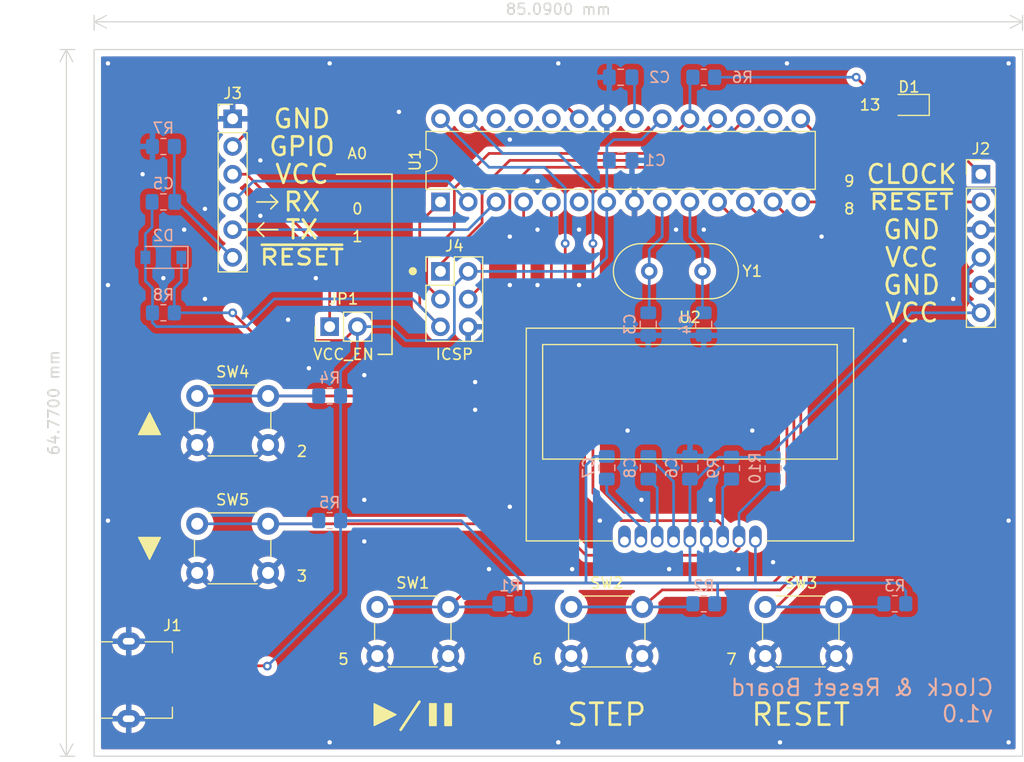
<source format=kicad_pcb>
(kicad_pcb (version 20211014) (generator pcbnew)
  (layers (0 "F.Cu" signal) (31 "B.Cu" signal) (34 "B.Paste" user) (35 "F.Paste" user) (36 "B.SilkS" user "B.Silkscreen") (37 "F.SilkS" user "F.Silkscreen") (38 "B.Mask" user) (39 "F.Mask" user) (44 "Edge.Cuts" user))
  (net 0 "")
  (net 1 "GND")
  (net 2 "VCC")
  (net 3 "Net-(C2-Pad1)")
  (net 4 "/xtal1")
  (net 5 "/xtal2")
  (net 6 "Net-(C5-Pad1)")
  (net 7 "/reset")
  (net 8 "Net-(C7-Pad2)")
  (net 9 "Net-(C8-Pad1)")
  (net 10 "Net-(C8-Pad2)")
  (net 11 "Net-(D1-Pad2)")
  (net 12 "/clk_out")
  (net 13 "/reset_out")
  (net 14 "/gpio")
  (net 15 "Net-(J3-Pad3)")
  (net 16 "/rx_in")
  (net 17 "/tx_out")
  (net 18 "/miso")
  (net 19 "/led")
  (net 20 "/mosi")
  (net 21 "/run")
  (net 22 "/step")
  (net 23 "/reset_btn")
  (net 24 "/up")
  (net 25 "/down")
  (net 26 "/sda")
  (net 27 "/scl")
  (footprint "Button_Switch_THT:SW_PUSH_6mm_H7.3mm" (layer "F.Cu") (at 136.6 104.83 180)
    (fp_text reference "SW4" (at 3.25 6.7) (layer "F.SilkS"))
    (fp_text value "white")
    (pad "1" thru_hole circle (at 0 0 270) (size 2 2) (drill 1.1) (layers *.Cu *.Mask) (net 1 "GND"))
    (pad "1" thru_hole circle (at 6.5 0 270) (size 2 2) (drill 1.1) (layers *.Cu *.Mask) (net 1 "GND"))
    (pad "2" thru_hole circle (at 6.5 4.5 270) (size 2 2) (drill 1.1) (layers *.Cu *.Mask) (net 24 "/up"))
    (pad "2" thru_hole circle (at 0 4.5 270) (size 2 2) (drill 1.1) (layers *.Cu *.Mask) (net 24 "/up"))
  )
  (footprint "Connector_PinHeader_2.54mm:PinHeader_2x03_P2.54mm_Vertical" (layer "F.Cu") (at 152.395 88.915)
    (fp_text reference "J4" (at 1.27 -2.33) (layer "F.SilkS"))
    (fp_text value "ICSP")
    (pad "1" thru_hole rect (at 0 0) (size 1.7 1.7) (drill 1) (layers *.Cu *.Mask) (net 18 "/miso"))
    (pad "2" thru_hole oval (at 2.54 0) (size 1.7 1.7) (drill 1) (layers *.Cu *.Mask) (net 2 "VCC"))
    (pad "3" thru_hole oval (at 0 2.54) (size 1.7 1.7) (drill 1) (layers *.Cu *.Mask) (net 19 "/led"))
    (pad "4" thru_hole oval (at 2.54 2.54) (size 1.7 1.7) (drill 1) (layers *.Cu *.Mask) (net 20 "/mosi"))
    (pad "5" thru_hole oval (at 0 5.08) (size 1.7 1.7) (drill 1) (layers *.Cu *.Mask) (net 7 "/reset"))
    (pad "6" thru_hole oval (at 2.54 5.08) (size 1.7 1.7) (drill 1) (layers *.Cu *.Mask) (net 1 "GND"))
  )
  (footprint "Button_Switch_THT:SW_PUSH_6mm_H7.3mm" (layer "F.Cu") (at 136.6 116.55 180)
    (fp_text reference "SW5" (at 3.25 6.7) (layer "F.SilkS"))
    (fp_text value "white")
    (pad "1" thru_hole circle (at 6.5 0 270) (size 2 2) (drill 1.1) (layers *.Cu *.Mask) (net 1 "GND"))
    (pad "1" thru_hole circle (at 0 0 270) (size 2 2) (drill 1.1) (layers *.Cu *.Mask) (net 1 "GND"))
    (pad "2" thru_hole circle (at 6.5 4.5 270) (size 2 2) (drill 1.1) (layers *.Cu *.Mask) (net 25 "/down"))
    (pad "2" thru_hole circle (at 0 4.5 270) (size 2 2) (drill 1.1) (layers *.Cu *.Mask) (net 25 "/down"))
  )
  (footprint "Crystal:Crystal_HC49-4H_Vertical" (layer "F.Cu") (at 171.53 88.9)
    (fp_text reference "Y1" (at 9.445 0) (layer "F.SilkS"))
    (fp_text value "16MHz")
    (pad "1" thru_hole circle (at 0 0) (size 1.5 1.5) (drill 0.8) (layers *.Cu *.Mask) (net 4 "/xtal1"))
    (pad "2" thru_hole circle (at 4.88 0) (size 1.5 1.5) (drill 0.8) (layers *.Cu *.Mask) (net 5 "/xtal2"))
  )
  (footprint "Connector_PinHeader_2.54mm:PinHeader_1x06_P2.54mm_Vertical" (layer "F.Cu") (at 201.93 80.01)
    (fp_text reference "J2" (at 0 -2.33) (layer "F.SilkS"))
    (fp_text value "signal_out")
    (pad "1" thru_hole rect (at 0 0) (size 1.7 1.7) (drill 1) (layers *.Cu *.Mask) (net 12 "/clk_out"))
    (pad "2" thru_hole oval (at 0 2.54) (size 1.7 1.7) (drill 1) (layers *.Cu *.Mask) (net 13 "/reset_out"))
    (pad "3" thru_hole oval (at 0 5.08) (size 1.7 1.7) (drill 1) (layers *.Cu *.Mask) (net 1 "GND"))
    (pad "4" thru_hole oval (at 0 7.62) (size 1.7 1.7) (drill 1) (layers *.Cu *.Mask) (net 2 "VCC"))
    (pad "5" thru_hole oval (at 0 10.16) (size 1.7 1.7) (drill 1) (layers *.Cu *.Mask) (net 1 "GND"))
    (pad "6" thru_hole oval (at 0 12.7) (size 1.7 1.7) (drill 1) (layers *.Cu *.Mask) (net 2 "VCC"))
  )
  (footprint "LED_SMD:LED_0805_2012Metric_Pad1.15x1.40mm_HandSolder" (layer "F.Cu") (at 195.335 73.66 180)
    (fp_text reference "D1" (at 0 1.65) (layer "F.SilkS"))
    (fp_text value "OSR50805C1C")
    (pad "1" smd roundrect (at -1.025 0 180) (size 1.15 1.4) (layers "F.Cu" "F.Paste" "F.Mask") (roundrect_rratio 0.217391) (net 1 "GND"))
    (pad "2" smd roundrect (at 1.025 0 180) (size 1.15 1.4) (layers "F.Cu" "F.Paste" "F.Mask") (roundrect_rratio 0.217391) (net 11 "Net-(D1-Pad2)"))
  )
  (footprint "PrjLibrary:Triangle" (layer "F.Cu") (at 147.32 129.54)
    (fp_text reference "REF**" hide)
    (fp_text value "Triangle" hide)
  )
  (footprint "Connector_PinHeader_2.54mm:PinHeader_1x06_P2.54mm_Vertical" (layer "F.Cu") (at 133.35 74.93)
    (fp_text reference "J3" (at 0 -2.33) (layer "F.SilkS"))
    (fp_text value "uart_conn")
    (pad "1" thru_hole rect (at 0 0) (size 1.7 1.7) (drill 1) (layers *.Cu *.Mask) (net 1 "GND"))
    (pad "2" thru_hole oval (at 0 2.54) (size 1.7 1.7) (drill 1) (layers *.Cu *.Mask) (net 14 "/gpio"))
    (pad "3" thru_hole oval (at 0 5.08) (size 1.7 1.7) (drill 1) (layers *.Cu *.Mask) (net 15 "Net-(J3-Pad3)"))
    (pad "4" thru_hole oval (at 0 7.62) (size 1.7 1.7) (drill 1) (layers *.Cu *.Mask) (net 16 "/rx_in"))
    (pad "5" thru_hole oval (at 0 10.16) (size 1.7 1.7) (drill 1) (layers *.Cu *.Mask) (net 17 "/tx_out"))
    (pad "6" thru_hole oval (at 0 12.7) (size 1.7 1.7) (drill 1) (layers *.Cu *.Mask) (net 6 "Net-(C5-Pad1)"))
  )
  (footprint "PrjLibrary:AQM0802A-RN-GBW" (layer "F.Cu") (at 169.26 113.62)
    (fp_text reference "U2" (at 6 -20.5 unlocked) (layer "F.SilkS"))
    (fp_text value "AQM0802A")
    (pad "1" thru_hole oval (at 0 0) (size 1.15 2) (drill 0.8 (offset 0 -0.4)) (layers *.Cu *.Mask))
    (pad "2" thru_hole oval (at 1.5 0) (size 1.15 2) (drill 0.8 (offset 0 -0.4)) (layers *.Cu *.Mask) (net 8 "Net-(C7-Pad2)"))
    (pad "3" thru_hole oval (at 3 0) (size 1.15 2) (drill 0.8 (offset 0 -0.4)) (layers *.Cu *.Mask) (net 9 "Net-(C8-Pad1)"))
    (pad "4" thru_hole oval (at 4.5 0) (size 1.15 2) (drill 0.8 (offset 0 -0.4)) (layers *.Cu *.Mask) (net 10 "Net-(C8-Pad2)"))
    (pad "5" thru_hole oval (at 6 0) (size 1.15 2) (drill 0.8 (offset 0 -0.4)) (layers *.Cu *.Mask) (net 2 "VCC"))
    (pad "6" thru_hole oval (at 7.5 0) (size 1.15 2) (drill 0.8 (offset 0 -0.4)) (layers *.Cu *.Mask) (net 1 "GND"))
    (pad "7" thru_hole oval (at 9 0) (size 1.15 2) (drill 0.8 (offset 0 -0.4)) (layers *.Cu *.Mask) (net 26 "/sda"))
    (pad "8" thru_hole oval (at 10.5 0) (size 1.15 2) (drill 0.8 (offset 0 -0.4)) (layers *.Cu *.Mask) (net 27 "/scl"))
    (pad "9" thru_hole oval (at 12 0) (size 1.15 2) (drill 0.8 (offset 0 -0.4)) (layers *.Cu *.Mask) (net 2 "VCC"))
  )
  (footprint "Button_Switch_THT:SW_PUSH_6mm_H7.3mm" (layer "F.Cu") (at 188.67 124.17 180)
    (fp_text reference "SW3" (at 3.25 6.7) (layer "F.SilkS"))
    (fp_text value "red")
    (pad "1" thru_hole circle (at 0 0 270) (size 2 2) (drill 1.1) (layers *.Cu *.Mask) (net 1 "GND"))
    (pad "1" thru_hole circle (at 6.5 0 270) (size 2 2) (drill 1.1) (layers *.Cu *.Mask) (net 1 "GND"))
    (pad "2" thru_hole circle (at 6.5 4.5 270) (size 2 2) (drill 1.1) (layers *.Cu *.Mask) (net 23 "/reset_btn"))
    (pad "2" thru_hole circle (at 0 4.5 270) (size 2 2) (drill 1.1) (layers *.Cu *.Mask) (net 23 "/reset_btn"))
  )
  (footprint "PrjLibrary:USB-MicroB-power" (layer "F.Cu") (at 123.825 126.365 -90)
    (fp_text reference "J1" (at -5 -4 unlocked) (layer "F.SilkS"))
    (fp_text value "USB-MicroB-power")
    (pad "1" smd rect (at -1.3 -5.9 270) (size 0.9 4.5) (layers "F.Cu" "F.Paste" "F.Mask") (net 2 "VCC"))
    (pad "5" smd rect (at 1.3 -5.9 270) (size 0.9 4.5) (layers "F.Cu" "F.Paste" "F.Mask") (net 1 "GND"))
    (pad "6" thru_hole oval (at -3.55 0 270) (size 1.6 2.1) (drill oval 0.6 1.1) (layers *.Cu *.Mask) (net 1 "GND"))
    (pad "6" thru_hole oval (at 3.55 0 270) (size 1.6 2.1) (drill oval 0.6 1.1) (layers *.Cu *.Mask) (net 1 "GND"))
  )
  (footprint "PrjLibrary:Triangle" (layer "F.Cu") (at 125.73 114.3 -90)
    (fp_text reference "REF**" hide)
    (fp_text value "Triangle" hide)
  )
  (footprint "PrjLibrary:DIP-28_W7.62mm-D1mm" (layer "F.Cu") (at 152.4 82.55 90)
    (fp_text reference "U1" (at 3.81 -2.33 90) (layer "F.SilkS"))
    (fp_text value "ATmega328P-P")
    (pad "1" thru_hole rect (at 0 0 90) (size 1.7 1.7) (drill 1) (layers *.Cu *.Mask) (net 7 "/reset"))
    (pad "2" thru_hole oval (at 0 2.54 90) (size 1.7 1.7) (drill 1) (layers *.Cu *.Mask) (net 16 "/rx_in"))
    (pad "3" thru_hole oval (at 0 5.08 90) (size 1.7 1.7) (drill 1) (layers *.Cu *.Mask) (net 17 "/tx_out"))
    (pad "4" thru_hole oval (at 0 7.62 90) (size 1.7 1.7) (drill 1) (layers *.Cu *.Mask) (net 24 "/up"))
    (pad "5" thru_hole oval (at 0 10.16 90) (size 1.7 1.7) (drill 1) (layers *.Cu *.Mask) (net 25 "/down"))
    (pad "6" thru_hole oval (at 0 12.7 90) (size 1.7 1.7) (drill 1) (layers *.Cu *.Mask))
    (pad "7" thru_hole oval (at 0 15.24 90) (size 1.7 1.7) (drill 1) (layers *.Cu *.Mask) (net 2 "VCC"))
    (pad "8" thru_hole oval (at 0 17.78 90) (size 1.7 1.7) (drill 1) (layers *.Cu *.Mask) (net 1 "GND"))
    (pad "9" thru_hole oval (at 0 20.32 90) (size 1.7 1.7) (drill 1) (layers *.Cu *.Mask) (net 4 "/xtal1"))
    (pad "10" thru_hole oval (at 0 22.86 90) (size 1.7 1.7) (drill 1) (layers *.Cu *.Mask) (net 5 "/xtal2"))
    (pad "11" thru_hole oval (at 0 25.4 90) (size 1.7 1.7) (drill 1) (layers *.Cu *.Mask) (net 21 "/run"))
    (pad "12" thru_hole oval (at 0 27.94 90) (size 1.7 1.7) (drill 1) (layers *.Cu *.Mask) (net 22 "/step"))
    (pad "13" thru_hole oval (at 0 30.48 90) (size 1.7 1.7) (drill 1) (layers *.Cu *.Mask) (net 23 "/reset_btn"))
    (pad "14" thru_hole oval (at 0 33.02 90) (size 1.7 1.7) (drill 1) (layers *.Cu *.Mask) (net 13 "/reset_out"))
    (pad "15" thru_hole oval (at 7.62 33.02 90) (size 1.7 1.7) (drill 1) (layers *.Cu *.Mask) (net 12 "/clk_out"))
    (pad "16" thru_hole oval (at 7.62 30.48 90) (size 1.7 1.7) (drill 1) (layers *.Cu *.Mask))
    (pad "17" thru_hole oval (at 7.62 27.94 90) (size 1.7 1.7) (drill 1) (layers *.Cu *.Mask) (net 20 "/mosi"))
    (pad "18" thru_hole oval (at 7.62 25.4 90) (size 1.7 1.7) (drill 1) (layers *.Cu *.Mask) (net 18 "/miso"))
    (pad "19" thru_hole oval (at 7.62 22.86 90) (size 1.7 1.7) (drill 1) (layers *.Cu *.Mask) (net 19 "/led"))
    (pad "20" thru_hole oval (at 7.62 20.32 90) (size 1.7 1.7) (drill 1) (layers *.Cu *.Mask) (net 2 "VCC"))
    (pad "21" thru_hole oval (at 7.62 17.78 90) (size 1.7 1.7) (drill 1) (layers *.Cu *.Mask) (net 3 "Net-(C2-Pad1)"))
    (pad "22" thru_hole oval (at 7.62 15.24 90) (size 1.7 1.7) (drill 1) (layers *.Cu *.Mask) (net 1 "GND"))
    (pad "23" thru_hole oval (at 7.62 12.7 90) (size 1.7 1.7) (drill 1) (layers *.Cu *.Mask) (net 14 "/gpio"))
    (pad "24" thru_hole oval (at 7.62 10.16 90) (size 1.7 1.7) (drill 1) (layers *.Cu *.Mask))
    (pad "25" thru_hole oval (at 7.62 7.62 90) (size 1.7 1.7) (drill 1) (layers *.Cu *.Mask))
    (pad "26" thru_hole oval (at 7.62 5.08 90) (size 1.7 1.7) (drill 1) (layers *.Cu *.Mask))
    (pad "27" thru_hole oval (at 7.62 2.54 90) (size 1.7 1.7) (drill 1) (layers *.Cu *.Mask) (net 26 "/sda"))
    (pad "28" thru_hole oval (at 7.62 0 90) (size 1.7 1.7) (drill 1) (layers *.Cu *.Mask) (net 27 "/scl"))
  )
  (footprint "Button_Switch_THT:SW_PUSH_6mm_H7.3mm" (layer "F.Cu") (at 170.89 124.17 180)
    (fp_text reference "SW2" (at 3.25 6.7) (layer "F.SilkS"))
    (fp_text value "yellow")
    (pad "1" thru_hole circle (at 0 0 270) (size 2 2) (drill 1.1) (layers *.Cu *.Mask) (net 1 "GND"))
    (pad "1" thru_hole circle (at 6.5 0 270) (size 2 2) (drill 1.1) (layers *.Cu *.Mask) (net 1 "GND"))
    (pad "2" thru_hole circle (at 0 4.5 270) (size 2 2) (drill 1.1) (layers *.Cu *.Mask) (net 22 "/step"))
    (pad "2" thru_hole circle (at 6.5 4.5 270) (size 2 2) (drill 1.1) (layers *.Cu *.Mask) (net 22 "/step"))
  )
  (footprint "PrjLibrary:Triangle" (layer "F.Cu") (at 125.73 102.87 90)
    (fp_text reference "REF**" hide)
    (fp_text value "Triangle" hide)
  )
  (footprint "Button_Switch_THT:SW_PUSH_6mm_H7.3mm" (layer "F.Cu") (at 153.11 124.17 180)
    (fp_text reference "SW1" (at 3.25 6.7) (layer "F.SilkS"))
    (fp_text value "green")
    (pad "1" thru_hole circle (at 0 0 270) (size 2 2) (drill 1.1) (layers *.Cu *.Mask) (net 1 "GND"))
    (pad "1" thru_hole circle (at 6.5 0 270) (size 2 2) (drill 1.1) (layers *.Cu *.Mask) (net 1 "GND"))
    (pad "2" thru_hole circle (at 0 4.5 270) (size 2 2) (drill 1.1) (layers *.Cu *.Mask) (net 21 "/run"))
    (pad "2" thru_hole circle (at 6.5 4.5 270) (size 2 2) (drill 1.1) (layers *.Cu *.Mask) (net 21 "/run"))
  )
  (footprint "PrjLibrary:Pause" (layer "F.Cu") (at 152.4 129.54)
    (fp_text reference "REF**" hide)
    (fp_text value "Pause" hide)
  )
  (footprint "Connector_PinHeader_2.54mm:PinHeader_1x02_P2.54mm_Vertical" (layer "F.Cu") (at 142.24 93.98 90)
    (fp_text reference "JP1" (at 2.54 1.27 180) (layer "F.SilkS"))
    (fp_text value "Jumper_2_Open")
    (pad "1" thru_hole rect (at 0 0 90) (size 1.7 1.7) (drill 1) (layers *.Cu *.Mask) (net 15 "Net-(J3-Pad3)"))
    (pad "2" thru_hole oval (at 0 2.54 90) (size 1.7 1.7) (drill 1) (layers *.Cu *.Mask) (net 2 "VCC"))
  )
  (footprint "Diode_SMD:D_SOD-123" (layer "B.Cu") (at 127 87.63 180)
    (fp_text reference "D2" (at 0 2) (layer "B.SilkS") (effects (justify mirror)))
    (fp_text value "1N4148W")
    (pad "1" smd rect (at -1.65 0 180) (size 0.9 1.2) (layers "B.Cu" "B.Paste" "B.Mask") (net 2 "VCC"))
    (pad "2" smd rect (at 1.65 0 180) (size 0.9 1.2) (layers "B.Cu" "B.Paste" "B.Mask") (net 7 "/reset"))
  )
  (footprint "Capacitor_SMD:C_0805_2012Metric_Pad1.18x1.45mm_HandSolder" (layer "B.Cu") (at 171.45 106.9125 90)
    (fp_text reference "C8" (at 0 -1.68 90) (layer "B.SilkS") (effects (justify mirror)))
    (fp_text value "1u")
    (pad "1" smd roundrect (at -1.0375 0 90) (size 1.175 1.45) (layers "B.Cu" "B.Paste" "B.Mask") (roundrect_rratio 0.212766) (net 9 "Net-(C8-Pad1)"))
    (pad "2" smd roundrect (at 1.0375 0 90) (size 1.175 1.45) (layers "B.Cu" "B.Paste" "B.Mask") (roundrect_rratio 0.212766) (net 10 "Net-(C8-Pad2)"))
  )
  (footprint "Resistor_SMD:R_0805_2012Metric_Pad1.20x1.40mm_HandSolder" (layer "B.Cu") (at 176.53 119.38 180)
    (fp_text reference "R2" (at 0 1.65) (layer "B.SilkS") (effects (justify mirror)))
    (fp_text value "10k")
    (pad "1" smd roundrect (at -1 0 180) (size 1.2 1.4) (layers "B.Cu" "B.Paste" "B.Mask") (roundrect_rratio 0.208333) (net 2 "VCC"))
    (pad "2" smd roundrect (at 1 0 180) (size 1.2 1.4) (layers "B.Cu" "B.Paste" "B.Mask") (roundrect_rratio 0.208333) (net 22 "/step"))
  )
  (footprint "Capacitor_SMD:C_0805_2012Metric_Pad1.18x1.45mm_HandSolder" (layer "B.Cu") (at 167.64 106.9125 -90)
    (fp_text reference "C7" (at 0 1.68 90) (layer "B.SilkS") (effects (justify mirror)))
    (fp_text value "1u")
    (pad "1" smd roundrect (at -1.0375 0 270) (size 1.175 1.45) (layers "B.Cu" "B.Paste" "B.Mask") (roundrect_rratio 0.212766) (net 2 "VCC"))
    (pad "2" smd roundrect (at 1.0375 0 270) (size 1.175 1.45) (layers "B.Cu" "B.Paste" "B.Mask") (roundrect_rratio 0.212766) (net 8 "Net-(C7-Pad2)"))
  )
  (footprint "Capacitor_SMD:C_0805_2012Metric_Pad1.18x1.45mm_HandSolder" (layer "B.Cu") (at 127 82.55 180)
    (fp_text reference "C5" (at 0 1.68) (layer "B.SilkS") (effects (justify mirror)))
    (fp_text value "0.1u")
    (pad "1" smd roundrect (at -1.0375 0 180) (size 1.175 1.45) (layers "B.Cu" "B.Paste" "B.Mask") (roundrect_rratio 0.212766) (net 6 "Net-(C5-Pad1)"))
    (pad "2" smd roundrect (at 1.0375 0 180) (size 1.175 1.45) (layers "B.Cu" "B.Paste" "B.Mask") (roundrect_rratio 0.212766) (net 7 "/reset"))
  )
  (footprint "Resistor_SMD:R_0805_2012Metric_Pad1.20x1.40mm_HandSolder" (layer "B.Cu") (at 158.75 119.38 180)
    (fp_text reference "R1" (at 0 1.65) (layer "B.SilkS") (effects (justify mirror)))
    (fp_text value "10k")
    (pad "1" smd roundrect (at -1 0 180) (size 1.2 1.4) (layers "B.Cu" "B.Paste" "B.Mask") (roundrect_rratio 0.208333) (net 2 "VCC"))
    (pad "2" smd roundrect (at 1 0 180) (size 1.2 1.4) (layers "B.Cu" "B.Paste" "B.Mask") (roundrect_rratio 0.208333) (net 21 "/run"))
  )
  (footprint "Capacitor_SMD:C_0805_2012Metric_Pad1.18x1.45mm_HandSolder" (layer "B.Cu") (at 168.91 71.12 180)
    (fp_text reference "C2" (at -3.5775 0) (layer "B.SilkS") (effects (justify mirror)))
    (fp_text value "0.1u")
    (pad "1" smd roundrect (at -1.0375 0 180) (size 1.175 1.45) (layers "B.Cu" "B.Paste" "B.Mask") (roundrect_rratio 0.212766) (net 3 "Net-(C2-Pad1)"))
    (pad "2" smd roundrect (at 1.0375 0 180) (size 1.175 1.45) (layers "B.Cu" "B.Paste" "B.Mask") (roundrect_rratio 0.212766) (net 1 "GND"))
  )
  (footprint "Resistor_SMD:R_0805_2012Metric_Pad1.20x1.40mm_HandSolder" (layer "B.Cu") (at 182.88 106.95 -90)
    (fp_text reference "R10" (at 0 1.65 90) (layer "B.SilkS") (effects (justify mirror)))
    (fp_text value "10k")
    (pad "1" smd roundrect (at -1 0 270) (size 1.2 1.4) (layers "B.Cu" "B.Paste" "B.Mask") (roundrect_rratio 0.208333) (net 2 "VCC"))
    (pad "2" smd roundrect (at 1 0 270) (size 1.2 1.4) (layers "B.Cu" "B.Paste" "B.Mask") (roundrect_rratio 0.208333) (net 27 "/scl"))
  )
  (footprint "Resistor_SMD:R_0805_2012Metric_Pad1.20x1.40mm_HandSolder" (layer "B.Cu") (at 179.07 106.95 -90)
    (fp_text reference "R9" (at 0 1.65 90) (layer "B.SilkS") (effects (justify mirror)))
    (fp_text value "10k")
    (pad "1" smd roundrect (at -1 0 270) (size 1.2 1.4) (layers "B.Cu" "B.Paste" "B.Mask") (roundrect_rratio 0.208333) (net 2 "VCC"))
    (pad "2" smd roundrect (at 1 0 270) (size 1.2 1.4) (layers "B.Cu" "B.Paste" "B.Mask") (roundrect_rratio 0.208333) (net 26 "/sda"))
  )
  (footprint "Capacitor_SMD:C_0805_2012Metric_Pad1.18x1.45mm_HandSolder" (layer "B.Cu") (at 168.91 78.74 180)
    (fp_text reference "C1" (at -3.175 0) (layer "B.SilkS") (effects (justify mirror)))
    (fp_text value "0.1u")
    (pad "1" smd roundrect (at -1.0375 0 180) (size 1.175 1.45) (layers "B.Cu" "B.Paste" "B.Mask") (roundrect_rratio 0.212766) (net 1 "GND"))
    (pad "2" smd roundrect (at 1.0375 0 180) (size 1.175 1.45) (layers "B.Cu" "B.Paste" "B.Mask") (roundrect_rratio 0.212766) (net 2 "VCC"))
  )
  (footprint "Resistor_SMD:R_0805_2012Metric_Pad1.20x1.40mm_HandSolder" (layer "B.Cu") (at 127 77.47 180)
    (fp_text reference "R7" (at 0 1.68 180) (layer "B.SilkS") (effects (justify mirror)))
    (fp_text value "10k")
    (pad "1" smd roundrect (at -1 0 180) (size 1.2 1.4) (layers "B.Cu" "B.Paste" "B.Mask") (roundrect_rratio 0.208333) (net 6 "Net-(C5-Pad1)"))
    (pad "2" smd roundrect (at 1 0 180) (size 1.2 1.4) (layers "B.Cu" "B.Paste" "B.Mask") (roundrect_rratio 0.208333) (net 1 "GND"))
  )
  (footprint "Resistor_SMD:R_0805_2012Metric_Pad1.20x1.40mm_HandSolder" (layer "B.Cu") (at 176.53 71.12)
    (fp_text reference "R6" (at 3.54 0) (layer "B.SilkS") (effects (justify mirror)))
    (fp_text value "5k")
    (pad "1" smd roundrect (at -1 0) (size 1.2 1.4) (layers "B.Cu" "B.Paste" "B.Mask") (roundrect_rratio 0.208333) (net 19 "/led"))
    (pad "2" smd roundrect (at 1 0) (size 1.2 1.4) (layers "B.Cu" "B.Paste" "B.Mask") (roundrect_rratio 0.208333) (net 11 "Net-(D1-Pad2)"))
  )
  (footprint "Capacitor_SMD:C_0805_2012Metric_Pad1.18x1.45mm_HandSolder" (layer "B.Cu") (at 171.44 93.7475 -90)
    (fp_text reference "C3" (at 0 1.68 90) (layer "B.SilkS") (effects (justify mirror)))
    (fp_text value "22p")
    (pad "1" smd roundrect (at -1.0375 0 270) (size 1.175 1.45) (layers "B.Cu" "B.Paste" "B.Mask") (roundrect_rratio 0.212766) (net 4 "/xtal1"))
    (pad "2" smd roundrect (at 1.0375 0 270) (size 1.175 1.45) (layers "B.Cu" "B.Paste" "B.Mask") (roundrect_rratio 0.212766) (net 1 "GND"))
  )
  (footprint "Resistor_SMD:R_0805_2012Metric_Pad1.20x1.40mm_HandSolder" (layer "B.Cu") (at 194.04 119.38 180)
    (fp_text reference "R3" (at 0 1.65) (layer "B.SilkS") (effects (justify mirror)))
    (fp_text value "10k")
    (pad "1" smd roundrect (at -1 0 180) (size 1.2 1.4) (layers "B.Cu" "B.Paste" "B.Mask") (roundrect_rratio 0.208333) (net 2 "VCC"))
    (pad "2" smd roundrect (at 1 0 180) (size 1.2 1.4) (layers "B.Cu" "B.Paste" "B.Mask") (roundrect_rratio 0.208333) (net 23 "/reset_btn"))
  )
  (footprint "Resistor_SMD:R_0805_2012Metric_Pad1.20x1.40mm_HandSolder" (layer "B.Cu") (at 142.24 100.33 180)
    (fp_text reference "R4" (at 0 1.65) (layer "B.SilkS") (effects (justify mirror)))
    (fp_text value "10k")
    (pad "1" smd roundrect (at -1 0 180) (size 1.2 1.4) (layers "B.Cu" "B.Paste" "B.Mask") (roundrect_rratio 0.208333) (net 2 "VCC"))
    (pad "2" smd roundrect (at 1 0 180) (size 1.2 1.4) (layers "B.Cu" "B.Paste" "B.Mask") (roundrect_rratio 0.208333) (net 24 "/up"))
  )
  (footprint "Capacitor_SMD:C_0805_2012Metric_Pad1.18x1.45mm_HandSolder" (layer "B.Cu") (at 176.52 93.7475 -90)
    (fp_text reference "C4" (at 0 1.68 90) (layer "B.SilkS") (effects (justify mirror)))
    (fp_text value "22p")
    (pad "1" smd roundrect (at -1.0375 0 270) (size 1.175 1.45) (layers "B.Cu" "B.Paste" "B.Mask") (roundrect_rratio 0.212766) (net 5 "/xtal2"))
    (pad "2" smd roundrect (at 1.0375 0 270) (size 1.175 1.45) (layers "B.Cu" "B.Paste" "B.Mask") (roundrect_rratio 0.212766) (net 1 "GND"))
  )
  (footprint "Capacitor_SMD:C_0805_2012Metric_Pad1.18x1.45mm_HandSolder" (layer "B.Cu") (at 175.26 106.9125 -90)
    (fp_text reference "C6" (at 0 1.68 90) (layer "B.SilkS") (effects (justify mirror)))
    (fp_text value "0.1u")
    (pad "1" smd roundrect (at -1.0375 0 270) (size 1.175 1.45) (layers "B.Cu" "B.Paste" "B.Mask") (roundrect_rratio 0.212766) (net 1 "GND"))
    (pad "2" smd roundrect (at 1.0375 0 270) (size 1.175 1.45) (layers "B.Cu" "B.Paste" "B.Mask") (roundrect_rratio 0.212766) (net 2 "VCC"))
  )
  (footprint "Resistor_SMD:R_0805_2012Metric_Pad1.20x1.40mm_HandSolder" (layer "B.Cu") (at 127 92.71 180)
    (fp_text reference "R8" (at 0 1.65) (layer "B.SilkS") (effects (justify mirror)))
    (fp_text value "10k")
    (pad "1" smd roundrect (at -1 0 180) (size 1.2 1.4) (layers "B.Cu" "B.Paste" "B.Mask") (roundrect_rratio 0.208333) (net 2 "VCC"))
    (pad "2" smd roundrect (at 1 0 180) (size 1.2 1.4) (layers "B.Cu" "B.Paste" "B.Mask") (roundrect_rratio 0.208333) (net 7 "/reset"))
  )
  (footprint "Resistor_SMD:R_0805_2012Metric_Pad1.20x1.40mm_HandSolder" (layer "B.Cu") (at 142.24 111.76 180)
    (fp_text reference "R5" (at 0 1.65) (layer "B.SilkS") (effects (justify mirror)))
    (fp_text value "10k")
    (pad "1" smd roundrect (at -1 0 180) (size 1.2 1.4) (layers "B.Cu" "B.Paste" "B.Mask") (roundrect_rratio 0.208333) (net 2 "VCC"))
    (pad "2" smd roundrect (at 1 0 180) (size 1.2 1.4) (layers "B.Cu" "B.Paste" "B.Mask") (roundrect_rratio 0.208333) (net 25 "/down"))
  )
  (gr_line (start 136.2075 85.725) (end 135.5725 85.09) (layer "F.SilkS") (width 0.15))
  (gr_line (start 147.955 96.52) (end 146.685 96.52) (layer "F.SilkS") (width 0.15))
  (gr_line (start 142.875 80.01) (end 147.955 80.01) (layer "F.SilkS") (width 0.15))
  (gr_line (start 137.4775 82.55) (end 136.8425 81.915) (layer "F.SilkS") (width 0.15))
  (gr_line (start 136.2075 84.455) (end 135.5725 85.09) (layer "F.SilkS") (width 0.15))
  (gr_line (start 137.4775 85.09) (end 135.5725 85.09) (layer "F.SilkS") (width 0.15))
  (gr_circle (center 149.86 88.9) (end 150.16 88.9) (layer "F.SilkS") (width 0.15) (fill solid))
  (gr_line (start 137.4775 82.55) (end 135.5725 82.55) (layer "F.SilkS") (width 0.15))
  (gr_line (start 137.4775 82.55) (end 136.8425 83.185) (layer "F.SilkS") (width 0.15))
  (gr_line (start 147.955 80.01) (end 147.955 96.52) (layer "F.SilkS") (width 0.15))
  (gr_line (start 205.74 68.58) (end 205.74 133.35) (layer "Edge.Cuts") (width 0.1))
  (gr_line (start 205.74 68.58) (end 120.65 68.58) (layer "Edge.Cuts") (width 0.1))
  (gr_line (start 205.74 133.35) (end 120.65 133.35) (layer "Edge.Cuts") (width 0.1))
  (gr_line (start 120.65 68.58) (end 120.65 133.35) (layer "Edge.Cuts") (width 0.1))
  (gr_text "Clock & Reset Board\nv1.0" (at 203.2 128.27) (layer "B.SilkS") (effects (font (size 1.5 1.5) (thickness 0.2)) (justify left mirror)))
  (gr_text "CLOCK" (at 195.58 80.01) (layer "F.SilkS") (effects (font (size 1.7 1.7) (thickness 0.25))))
  (gr_text "VCC" (at 195.58 87.63) (layer "F.SilkS") (effects (font (size 1.7 1.7) (thickness 0.25))))
  (gr_text "ICSP" (at 153.67 96.52) (layer "F.SilkS") (effects (font (size 1 1))))
  (gr_text "1" (at 144.78 85.725) (layer "F.SilkS") (effects (font (size 1 1))))
  (gr_text "RESET" (at 185.42 129.54) (layer "F.SilkS") (effects (font (size 2 2) (thickness 0.25))))
  (gr_text "VCC" (at 139.7 80.01) (layer "F.SilkS") (effects (font (size 1.7 1.7) (thickness 0.25))))
  (gr_text "A0" (at 144.78 78.105) (layer "F.SilkS") (effects (font (size 1 1))))
  (gr_text "3" (at 139.7 116.84) (layer "F.SilkS") (effects (font (size 1 1))))
  (gr_text "5" (at 143.51 124.46) (layer "F.SilkS") (effects (font (size 1 1))))
  (gr_text "STEP" (at 167.64 129.54) (layer "F.SilkS") (effects (font (size 2 2) (thickness 0.25))))
  (gr_text "13" (at 191.77 73.66) (layer "F.SilkS") (effects (font (size 1 1))))
  (gr_text "TX" (at 139.7 85.09) (layer "F.SilkS") (effects (font (size 1.7 1.7) (thickness 0.26))))
  (gr_text "7" (at 179.07 124.46) (layer "F.SilkS") (effects (font (size 1 1))))
  (gr_text "0" (at 144.78 83.185) (layer "F.SilkS") (effects (font (size 1 1))))
  (gr_text "2" (at 139.7 105.41) (layer "F.SilkS") (effects (font (size 1 1))))
  (gr_text "VCC" (at 195.58 92.71) (layer "F.SilkS") (effects (font (size 1.7 1.7) (thickness 0.25))))
  (gr_text "~{RESET}" (at 139.7 87.63) (layer "F.SilkS") (effects (font (size 1.4 1.7) (thickness 0.25))))
  (gr_text "~{RESET}" (at 195.58 82.55) (layer "F.SilkS") (effects (font (size 1.4 1.7) (thickness 0.25))))
  (gr_text "GPIO" (at 139.7 77.47) (layer "F.SilkS") (effects (font (size 1.7 1.7) (thickness 0.25))))
  (gr_text "9" (at 189.865 80.645) (layer "F.SilkS") (effects (font (size 1 1))))
  (gr_text "GND" (at 195.58 85.09) (layer "F.SilkS") (effects (font (size 1.7 1.7) (thickness 0.25))))
  (gr_text "GND" (at 195.58 90.17) (layer "F.SilkS") (effects (font (size 1.7 1.7) (thickness 0.25))))
  (gr_text "6" (at 161.29 124.46) (layer "F.SilkS") (effects (font (size 1 1))))
  (gr_text "VCC_EN" (at 143.51 96.52) (layer "F.SilkS") (effects (font (size 1 1))))
  (gr_text "8" (at 189.865 83.185) (layer "F.SilkS") (effects (font (size 1 1))))
  (gr_text "RX" (at 139.7 82.55) (layer "F.SilkS") (effects (font (size 1.7 1.7) (thickness 0.25))))
  (gr_text "/" (at 149.606 129.54) (layer "F.SilkS") (effects (font (size 2 2) (thickness 0.25))))
  (gr_text "GND" (at 139.7 74.93) (layer "F.SilkS") (effects (font (size 1.7 1.7) (thickness 0.25))))
  (dimension (type aligned) (layer "Edge.Cuts") (pts (xy 120.65 67.31) (xy 205.74 67.31)) (height -1.27) (gr_text "85.0900 mm" (at 163.195 64.89) (layer "Edge.Cuts") (effects (font (size 1 1) (thickness 0.15)))) (format (units 3) (units_format 1) (precision 4)) (style (thickness 0.1) (arrow_length 1.27) (text_position_mode 0) (extension_height 0.58642) (extension_offset 0.5) keep_text_aligned))
  (dimension (type aligned) (layer "Edge.Cuts") (pts (xy 119.38 68.58) (xy 119.38 133.35)) (height 1.27) (gr_text "64.7700 mm" (at 116.96 100.965 90) (layer "Edge.Cuts") (effects (font (size 1 1) (thickness 0.15)))) (format (units 3) (units_format 1) (precision 4)) (style (thickness 0.1) (arrow_length 1.27) (text_position_mode 0) (extension_height 0.58642) (extension_offset 0.5) keep_text_aligned))
  (segment (start 203.835 85.09) (end 203.835 81.28) (width 0.25) (layer "F.Cu") (net 1))
  (segment (start 201.93 85.09) (end 203.835 85.09) (width 0.25) (layer "F.Cu") (net 1))
  (segment (start 203.835 81.28) (end 200.025 81.28) (width 0.25) (layer "F.Cu") (net 1))
  (via (at 140.97 89.535) (size 0.8) (drill 0.4) (layers "F.Cu" "B.Cu") (net 1))
  (via (at 179.705 116.205) (size 0.8) (drill 0.4) (layers "F.Cu" "B.Cu") (net 1))
  (via (at 156.845 116.205) (size 0.8) (drill 0.4) (layers "F.Cu" "B.Cu") (net 1))
  (via (at 199.39 91.44) (size 0.8) (drill 0.4) (layers "F.Cu" "B.Cu") (net 1))
  (via (at 161.29 85.09) (size 0.8) (drill 0.4) (layers "F.Cu" "B.Cu") (net 1))
  (via (at 161.29 80.645) (size 0.8) (drill 0.4) (layers "F.Cu" "B.Cu") (net 1))
  (via (at 173.355 116.205) (size 0.8) (drill 0.4) (layers "F.Cu" "B.Cu") (net 1))
  (via (at 164.465 116.205) (size 0.8) (drill 0.4) (layers "F.Cu" "B.Cu") (net 1))
  (via (at 130.81 91.44) (size 0.8) (drill 0.4) (layers "F.Cu" "B.Cu") (net 1))
  (via (at 184.15 69.85) (size 0.8) (drill 0.4) (layers "F.Cu" "B.Cu") (net 1))
  (via (at 140.335 97.79) (size 0.8) (drill 0.4) (layers "F.Cu" "B.Cu") (net 1))
  (via (at 145.415 98.425) (size 0.8) (drill 0.4) (layers "F.Cu" "B.Cu") (net 1))
  (via (at 121.92 111.76) (size 0.8) (drill 0.4) (layers "F.Cu" "B.Cu") (net 1))
  (via (at 145.415 109.855) (size 0.8) (drill 0.4) (layers "F.Cu" "B.Cu") (net 1))
  (via (at 138.43 93.345) (size 0.8) (drill 0.4) (layers "F.Cu" "B.Cu") (net 1))
  (via (at 204.47 111.76) (size 0.8) (drill 0.4) (layers "F.Cu" "B.Cu") (net 1))
  (via (at 204.47 69.85) (size 0.8) (drill 0.4) (layers "F.Cu" "B.Cu") (net 1))
  (via (at 170.815 109.855) (size 0.8) (drill 0.4) (layers "F.Cu" "B.Cu") (net 1))
  (via (at 176.53 85.09) (size 0.8) (drill 0.4) (layers "F.Cu" "B.Cu") (net 1))
  (via (at 182.88 115.57) (size 0.8) (drill 0.4) (layers "F.Cu" "B.Cu") (net 1))
  (via (at 128.905 85.09) (size 0.8) (drill 0.4) (layers "F.Cu" "B.Cu") (net 1))
  (via (at 158.75 76.835) (size 0.8) (drill 0.4) (layers "F.Cu" "B.Cu") (net 1))
  (via (at 165.1 85.09) (size 0.8) (drill 0.4) (layers "F.Cu" "B.Cu") (net 1))
  (via (at 165.1 90.17) (size 0.8) (drill 0.4) (layers "F.Cu" "B.Cu") (net 1))
  (via (at 135.89 83.82) (size 0.8) (drill 0.4) (layers "F.Cu" "B.Cu") (net 1))
  (via (at 142.24 132.08) (size 0.8) (drill 0.4) (layers "F.Cu" "B.Cu") (net 1))
  (via (at 169.545 103.505) (size 0.8) (drill 0.4) (layers "F.Cu" "B.Cu") (net 1))
  (via (at 183.515 132.08) (size 0.8) (drill 0.4) (layers "F.Cu" "B.Cu") (net 1))
  (via (at 158.75 90.17) (size 0.8) (drill 0.4) (layers "F.Cu" "B.Cu") (net 1))
  (via (at 173.99 85.09) (size 0.8) (drill 0.4) (layers "F.Cu" "B.Cu") (net 1))
  (via (at 194.945 95.25) (size 0.8) (drill 0.4) (layers "F.Cu" "B.Cu") (net 1))
  (via (at 125.095 80.01) (size 0.8) (drill 0.4) (layers "F.Cu" "B.Cu") (net 1))
  (via (at 148.59 74.295) (size 0.8) (drill 0.4) (layers "F.Cu" "B.Cu") (net 1))
  (via (at 135.89 78.74) (size 0.8) (drill 0.4) (layers "F.Cu" "B.Cu") (net 1))
  (via (at 177.165 109.855) (size 0.8) (drill 0.4) (layers "F.Cu" "B.Cu") (net 1))
  (via (at 127 89.535) (size 0.8) (drill 0.4) (layers "F.Cu" "B.Cu") (net 1))
  (via (at 163.195 132.08) (size 0.8) (drill 0.4) (layers "F.Cu" "B.Cu") (net 1))
  (via (at 161.29 90.17) (size 0.8) (drill 0.4) (layers "F.Cu" "B.Cu") (net 1))
  (via (at 121.92 90.17) (size 0.8) (drill 0.4) (layers "F.Cu" "B.Cu") (net 1))
  (via (at 142.24 69.85) (size 0.8) (drill 0.4) (layers "F.Cu" "B.Cu") (net 1))
  (via (at 158.75 85.725) (size 0.8) (drill 0.4) (layers "F.Cu" "B.Cu") (net 1))
  (via (at 121.92 69.85) (size 0.8) (drill 0.4) (layers "F.Cu" "B.Cu") (net 1))
  (via (at 163.195 69.85) (size 0.8) (drill 0.4) (layers "F.Cu" "B.Cu") (net 1))
  (via (at 145.415 113.665) (size 0.8) (drill 0.4) (layers "F.Cu" "B.Cu") (net 1))
  (via (at 167.005 111.76) (size 0.8) (drill 0.4) (layers "F.Cu" "B.Cu") (net 1))
  (via (at 155.575 99.06) (size 0.8) (drill 0.4) (layers "F.Cu" "B.Cu") (net 1))
  (via (at 155.575 101.6) (size 0.8) (drill 0.4) (layers "F.Cu" "B.Cu") (net 1))
  (via (at 180.975 103.505) (size 0.8) (drill 0.4) (layers "F.Cu" "B.Cu") (net 1))
  (via (at 204.47 132.08) (size 0.8) (drill 0.4) (layers "F.Cu" "B.Cu") (net 1))
  (via (at 187.325 85.725) (size 0.8) (drill 0.4) (layers "F.Cu" "B.Cu") (net 1))
  (via (at 130.81 83.185) (size 0.8) (drill 0.4) (layers "F.Cu" "B.Cu") (net 1))
  (via (at 158.75 110.49) (size 0.8) (drill 0.4) (layers "F.Cu" "B.Cu") (net 1))
  (segment (start 203.835 85.09) (end 203.835 81.28) (width 0.25) (layer "B.Cu") (net 1))
  (segment (start 203.835 81.28) (end 200.025 81.28) (width 0.25) (layer "B.Cu") (net 1))
  (segment (start 201.93 85.09) (end 203.835 85.09) (width 0.25) (layer "B.Cu") (net 1))
  (segment (start 135.89 95.25) (end 143.51 95.25) (width 0.25) (layer "F.Cu") (net 2))
  (segment (start 136.525 125.095) (end 136.495 125.065) (width 0.25) (layer "F.Cu") (net 2))
  (segment (start 136.495 125.065) (end 129.725 125.065) (width 0.25) (layer "F.Cu") (net 2))
  (segment (start 133.35 92.71) (end 135.89 95.25) (width 0.25) (layer "F.Cu") (net 2))
  (segment (start 143.51 95.25) (end 144.78 93.98) (width 0.25) (layer "F.Cu") (net 2))
  (via (at 133.35 92.71) (size 0.8) (drill 0.4) (layers "F.Cu" "B.Cu") (net 2))
  (via (at 136.525 125.095) (size 0.8) (drill 0.4) (layers "F.Cu" "B.Cu") (net 2))
  (segment (start 195.04 119.38) (end 195.04 118.205) (width 0.25) (layer "B.Cu") (net 2))
  (segment (start 177.8 117.475) (end 177.8 119.11) (width 0.25) (layer "B.Cu") (net 2))
  (segment (start 200.755489 91.535489) (end 200.755489 88.804511) (width 0.25) (layer "B.Cu") (net 2))
  (segment (start 201.93 92.71) (end 200.755489 91.535489) (width 0.25) (layer "B.Cu") (net 2))
  (segment (start 143.24 111.76) (end 143.24 118.38) (width 0.25) (layer "B.Cu") (net 2))
  (segment (start 167.64 78.9725) (end 167.8725 78.74) (width 0.25) (layer "B.Cu") (net 2))
  (segment (start 153.67 94.615) (end 153.035 95.25) (width 0.25) (layer "B.Cu") (net 2))
  (segment (start 154.935 88.915) (end 166.355 88.915) (width 0.25) (layer "B.Cu") (net 2))
  (segment (start 170.815 76.835) (end 168.275 76.835) (width 0.25) (layer "B.Cu") (net 2))
  (segment (start 175.26 117.475) (end 165.735 117.475) (width 0.25) (layer "B.Cu") (net 2))
  (segment (start 182.88 105.41) (end 195.58 92.71) (width 0.25) (layer "B.Cu") (net 2))
  (segment (start 154.935 88.915) (end 153.67 90.18) (width 0.25) (layer "B.Cu") (net 2))
  (segment (start 128 90.44) (end 128 92.71) (width 0.25) (layer "B.Cu") (net 2))
  (segment (start 175.26 107.95) (end 175.895 107.95) (width 0.25) (layer "B.Cu") (net 2))
  (segment (start 182.88 105.95) (end 182.88 105.41) (width 0.25) (layer "B.Cu") (net 2))
  (segment (start 143.24 100.33) (end 143.24 98.06) (width 0.25) (layer "B.Cu") (net 2))
  (segment (start 195.04 118.205) (end 194.31 117.475) (width 0.25) (layer "B.Cu") (net 2))
  (segment (start 128.65 89.79) (end 128 90.44) (width 0.25) (layer "B.Cu") (net 2))
  (segment (start 168.275 76.835) (end 167.64 77.47) (width 0.25) (layer "B.Cu") (net 2))
  (segment (start 154.305 111.76) (end 160.02 117.475) (width 0.25) (layer "B.Cu") (net 2))
  (segment (start 177.895 105.95) (end 179.07 105.95) (width 0.25) (layer "B.Cu") (net 2))
  (segment (start 167.64 78.5075) (end 167.8725 78.74) (width 0.25) (layer "B.Cu") (net 2))
  (segment (start 167.64 82.55) (end 167.64 78.9725) (width 0.25) (layer "B.Cu") (net 2))
  (segment (start 179.07 105.95) (end 182.88 105.95) (width 0.25) (layer "B.Cu") (net 2))
  (segment (start 167.64 87.63) (end 167.64 82.55) (width 0.25) (layer "B.Cu") (net 2))
  (segment (start 175.26 117.475) (end 177.8 117.475) (width 0.25) (layer "B.Cu") (net 2))
  (segment (start 175.26 113.62) (end 175.26 117.475) (width 0.25) (layer "B.Cu") (net 2))
  (segment (start 195.58 92.71) (end 201.93 92.71) (width 0.25) (layer "B.Cu") (net 2))
  (segment (start 181.26 117.475) (end 181.26 113.62) (width 0.25) (layer "B.Cu") (net 2))
  (segment (start 166.54 105.875) (end 165.735 106.68) (width 0.25) (layer "B.Cu") (net 2))
  (segment (start 143.24 118.38) (end 136.525 125.095) (width 0.25) (layer "B.Cu") (net 2))
  (segment (start 167.64 77.47) (end 167.64 78.5075) (width 0.25) (layer "B.Cu") (net 2))
  (segment (start 175.895 107.95) (end 177.895 105.95) (width 0.25) (layer "B.Cu") (net 2))
  (segment (start 194.31 117.475) (end 177.8 117.475) (width 0.25) (layer "B.Cu") (net 2))
  (segment (start 144.78 96.52) (end 144.78 93.98) (width 0.25) (layer "B.Cu") (net 2))
  (segment (start 143.24 98.06) (end 144.78 96.52) (width 0.25) (layer "B.Cu") (net 2))
  (segment (start 200.755489 88.804511) (end 201.93 87.63) (width 0.25) (layer "B.Cu") (net 2))
  (segment (start 160.02 119.11) (end 159.75 119.38) (width 0.25) (layer "B.Cu") (net 2))
  (segment (start 153.035 95.25) (end 149.225 95.25) (width 0.25) (layer "B.Cu") (net 2))
  (segment (start 167.64 105.875) (end 166.54 105.875) (width 0.25) (layer "B.Cu") (net 2))
  (segment (start 165.735 106.68) (end 165.735 117.475) (width 0.25) (layer "B.Cu") (net 2))
  (segment (start 177.8 119.11) (end 177.53 119.38) (width 0.25) (layer "B.Cu") (net 2))
  (segment (start 147.955 93.98) (end 144.78 93.98) (width 0.25) (layer "B.Cu") (net 2))
  (segment (start 128.65 87.63) (end 128.65 89.79) (width 0.25) (layer "B.Cu") (net 2))
  (segment (start 143.24 111.76) (end 154.305 111.76) (width 0.25) (layer "B.Cu") (net 2))
  (segment (start 143.24 100.33) (end 143.24 111.76) (width 0.25) (layer "B.Cu") (net 2))
  (segment (start 172.72 74.93) (end 170.815 76.835) (width 0.25) (layer "B.Cu") (net 2))
  (segment (start 165.735 117.475) (end 160.02 117.475) (width 0.25) (layer "B.Cu") (net 2))
  (segment (start 128 92.71) (end 133.35 92.71) (width 0.25) (layer "B.Cu") (net 2))
  (segment (start 149.225 95.25) (end 147.955 93.98) (width 0.25) (layer "B.Cu") (net 2))
  (segment (start 166.355 88.915) (end 167.64 87.63) (width 0.25) (layer "B.Cu") (net 2))
  (segment (start 153.67 90.18) (end 153.67 94.615) (width 0.25) (layer "B.Cu") (net 2))
  (segment (start 160.02 117.475) (end 160.02 119.11) (width 0.25) (layer "B.Cu") (net 2))
  (segment (start 175.26 107.95) (end 175.26 113.62) (width 0.25) (layer "B.Cu") (net 2))
  (segment (start 170.18 74.93) (end 170.18 71.3525) (width 0.25) (layer "B.Cu") (net 3))
  (segment (start 170.18 71.3525) (end 169.9475 71.12) (width 0.25) (layer "B.Cu") (net 3))
  (segment (start 171.53 86.915) (end 172.72 85.725) (width 0.25) (layer "B.Cu") (net 4))
  (segment (start 171.44 92.71) (end 171.53 92.62) (width 0.25) (layer "B.Cu") (net 4))
  (segment (start 171.53 88.9) (end 171.53 86.915) (width 0.25) (layer "B.Cu") (net 4))
  (segment (start 172.72 85.725) (end 172.72 82.55) (width 0.25) (layer "B.Cu") (net 4))
  (segment (start 171.53 92.62) (end 171.53 88.9) (width 0.25) (layer "B.Cu") (net 4))
  (segment (start 176.52 92.71) (end 176.41 92.6) (width 0.25) (layer "B.Cu") (net 5))
  (segment (start 175.26 85.725) (end 175.26 82.55) (width 0.25) (layer "B.Cu") (net 5))
  (segment (start 176.41 88.9) (end 176.41 86.875) (width 0.25) (layer "B.Cu") (net 5))
  (segment (start 176.41 86.875) (end 175.26 85.725) (width 0.25) (layer "B.Cu") (net 5))
  (segment (start 176.41 92.6) (end 176.41 88.9) (width 0.25) (layer "B.Cu") (net 5))
  (segment (start 128.27 82.55) (end 128.0375 82.55) (width 0.25) (layer "B.Cu") (net 6))
  (segment (start 128 82.5125) (end 128.0375 82.55) (width 0.25) (layer "B.Cu") (net 6))
  (segment (start 133.35 87.63) (end 128.27 82.55) (width 0.25) (layer "B.Cu") (net 6))
  (segment (start 128 77.47) (end 128 82.5125) (width 0.25) (layer "B.Cu") (net 6))
  (segment (start 150.495 92.075) (end 150.495 84.455) (width 0.25) (layer "F.Cu") (net 7))
  (segment (start 150.495 84.455) (end 152.4 82.55) (width 0.25) (layer "F.Cu") (net 7))
  (segment (start 152.395 93.995) (end 150.495 92.075) (width 0.25) (layer "F.Cu") (net 7))
  (segment (start 126 90.44) (end 125.35 89.79) (width 0.25) (layer "B.Cu") (net 7))
  (segment (start 149.84 91.44) (end 152.395 93.995) (width 0.25) (layer "B.Cu") (net 7))
  (segment (start 126 92.71) (end 126 93.615) (width 0.25) (layer "B.Cu") (net 7))
  (segment (start 126 92.71) (end 126 90.44) (width 0.25) (layer "B.Cu") (net 7))
  (segment (start 126.365 93.98) (end 134.62 93.98) (width 0.25) (layer "B.Cu") (net 7))
  (segment (start 125.35 85.47) (end 125.35 87.63) (width 0.25) (layer "B.Cu") (net 7))
  (segment (start 125.9625 84.8575) (end 125.35 85.47) (width 0.25) (layer "B.Cu") (net 7))
  (segment (start 126 93.615) (end 126.365 93.98) (width 0.25) (layer "B.Cu") (net 7))
  (segment (start 125.9625 82.55) (end 125.9625 84.8575) (width 0.25) (layer "B.Cu") (net 7))
  (segment (start 134.62 93.98) (end 137.16 91.44) (width 0.25) (layer "B.Cu") (net 7))
  (segment (start 125.35 89.79) (end 125.35 87.63) (width 0.25) (layer "B.Cu") (net 7))
  (segment (start 137.16 91.44) (end 149.84 91.44) (width 0.25) (layer "B.Cu") (net 7))
  (segment (start 170.76 112.34) (end 167.64 109.22) (width 0.25) (layer "B.Cu") (net 8))
  (segment (start 167.64 109.22) (end 167.64 107.95) (width 0.25) (layer "B.Cu") (net 8))
  (segment (start 170.76 113.62) (end 170.76 112.34) (width 0.25) (layer "B.Cu") (net 8))
  (segment (start 172.26 113.62) (end 172.26 108.76) (width 0.25) (layer "B.Cu") (net 9))
  (segment (start 172.26 108.76) (end 171.45 107.95) (width 0.25) (layer "B.Cu") (net 9))
  (segment (start 173.76 113.62) (end 173.76 108.185) (width 0.25) (layer "B.Cu") (net 10))
  (segment (start 173.76 108.185) (end 171.45 105.875) (width 0.25) (layer "B.Cu") (net 10))
  (segment (start 193.04 73.66) (end 194.31 73.66) (width 0.25) (layer "F.Cu") (net 11))
  (segment (start 190.5 71.12) (end 193.04 73.66) (width 0.25) (layer "F.Cu") (net 11))
  (via (at 190.5 71.12) (size 0.8) (drill 0.4) (layers "F.Cu" "B.Cu") (net 11))
  (segment (start 177.53 71.12) (end 190.5 71.12) (width 0.25) (layer "B.Cu") (net 11))
  (segment (start 187.96 77.47) (end 199.39 77.47) (width 0.25) (layer "F.Cu") (net 12))
  (segment (start 199.39 77.47) (end 201.93 80.01) (width 0.25) (layer "F.Cu") (net 12))
  (segment (start 185.42 74.93) (end 187.96 77.47) (width 0.25) (layer "F.Cu") (net 12))
  (segment (start 185.42 82.55) (end 201.93 82.55) (width 0.25) (layer "F.Cu") (net 13))
  (segment (start 163.195 73.025) (end 165.1 74.93) (width 0.25) (layer "F.Cu") (net 14))
  (segment (start 137.795 73.025) (end 163.195 73.025) (width 0.25) (layer "F.Cu") (net 14))
  (segment (start 133.35 77.47) (end 137.795 73.025) (width 0.25) (layer "F.Cu") (net 14))
  (segment (start 142.24 88.9) (end 142.24 93.98) (width 0.25) (layer "F.Cu") (net 15))
  (segment (start 142.24 87.63) (end 142.24 88.9) (width 0.25) (layer "F.Cu") (net 15))
  (segment (start 134.62 80.01) (end 142.24 87.63) (width 0.25) (layer "F.Cu") (net 15))
  (segment (start 133.35 80.01) (end 134.62 80.01) (width 0.25) (layer "F.Cu") (net 15))
  (segment (start 133.35 82.55) (end 135.255 80.645) (width 0.25) (layer "B.Cu") (net 16))
  (segment (start 153.035 80.645) (end 154.94 82.55) (width 0.25) (layer "B.Cu") (net 16))
  (segment (start 135.255 80.645) (end 153.035 80.645) (width 0.25) (layer "B.Cu") (net 16))
  (segment (start 133.35 85.09) (end 154.94 85.09) (width 0.25) (layer "B.Cu") (net 17))
  (segment (start 154.94 85.09) (end 157.48 82.55) (width 0.25) (layer "B.Cu") (net 17))
  (segment (start 156.21 84.455) (end 156.21 81.28) (width 0.25) (layer "F.Cu") (net 18))
  (segment (start 158.75 78.74) (end 173.99 78.74) (width 0.25) (layer "F.Cu") (net 18))
  (segment (start 173.99 78.74) (end 177.8 74.93) (width 0.25) (layer "F.Cu") (net 18))
  (segment (start 152.395 88.27) (end 156.21 84.455) (width 0.25) (layer "F.Cu") (net 18))
  (segment (start 156.21 81.28) (end 158.75 78.74) (width 0.25) (layer "F.Cu") (net 18))
  (segment (start 152.395 88.915) (end 152.395 88.27) (width 0.25) (layer "F.Cu") (net 18))
  (segment (start 153.67 81.28) (end 156.845 78.105) (width 0.25) (layer "F.Cu") (net 19))
  (segment (start 152.395 91.455) (end 151.13 90.19) (width 0.25) (layer "F.Cu") (net 19))
  (segment (start 153.67 85.09) (end 153.67 81.28) (width 0.25) (layer "F.Cu") (net 19))
  (segment (start 156.845 78.105) (end 172.085 78.105) (width 0.25) (layer "F.Cu") (net 19))
  (segment (start 151.13 87.63) (end 153.67 85.09) (width 0.25) (layer "F.Cu") (net 19))
  (segment (start 172.085 78.105) (end 175.26 74.93) (width 0.25) (layer "F.Cu") (net 19))
  (segment (start 151.13 90.19) (end 151.13 87.63) (width 0.25) (layer "F.Cu") (net 19))
  (segment (start 175.26 74.93) (end 175.26 71.39) (width 0.25) (layer "B.Cu") (net 19))
  (segment (start 175.26 71.39) (end 175.53 71.12) (width 0.25) (layer "B.Cu") (net 19))
  (segment (start 156.215 86.355) (end 158.75 83.82) (width 0.25) (layer "F.Cu") (net 20))
  (segment (start 154.935 91.455) (end 156.215 90.175) (width 0.25) (layer "F.Cu") (net 20))
  (segment (start 158.75 81.28) (end 160.655 79.375) (width 0.25) (layer "F.Cu") (net 20))
  (segment (start 160.655 79.375) (end 175.895 79.375) (width 0.25) (layer "F.Cu") (net 20))
  (segment (start 156.215 90.175) (end 156.215 86.355) (width 0.25) (layer "F.Cu") (net 20))
  (segment (start 175.895 79.375) (end 180.34 74.93) (width 0.25) (layer "F.Cu") (net 20))
  (segment (start 158.75 83.82) (end 158.75 81.28) (width 0.25) (layer "F.Cu") (net 20))
  (segment (start 184.15 116.205) (end 182.88 117.475) (width 0.25) (layer "F.Cu") (net 21))
  (segment (start 184.15 88.9) (end 184.15 116.205) (width 0.25) (layer "F.Cu") (net 21))
  (segment (start 182.88 117.475) (end 155.575 117.475) (width 0.25) (layer "F.Cu") (net 21))
  (segment (start 155.575 117.475) (end 153.11 119.67) (width 0.25) (layer "F.Cu") (net 21))
  (segment (start 177.8 82.55) (end 184.15 88.9) (width 0.25) (layer "F.Cu") (net 21))
  (segment (start 157.46 119.67) (end 157.75 119.38) (width 0.25) (layer "B.Cu") (net 21))
  (segment (start 146.61 119.67) (end 157.46 119.67) (width 0.25) (layer "B.Cu") (net 21))
  (segment (start 184.785 116.84) (end 183.515 118.11) (width 0.25) (layer "F.Cu") (net 22))
  (segment (start 180.34 82.55) (end 184.785 86.995) (width 0.25) (layer "F.Cu") (net 22))
  (segment (start 172.72 118.11) (end 170.89 119.67) (width 0.25) (layer "F.Cu") (net 22))
  (segment (start 184.785 86.995) (end 184.785 116.84) (width 0.25) (layer "F.Cu") (net 22))
  (segment (start 183.515 118.11) (end 172.72 118.11) (width 0.25) (layer "F.Cu") (net 22))
  (segment (start 164.39 119.67) (end 175.24 119.67) (width 0.25) (layer "B.Cu") (net 22))
  (segment (start 175.24 119.67) (end 175.53 119.38) (width 0.25) (layer "B.Cu") (net 22))
  (segment (start 182.88 82.55) (end 185.42 85.09) (width 0.25) (layer "F.Cu") (net 23))
  (segment (start 185.42 117.475) (end 183.225 119.67) (width 0.25) (layer "F.Cu") (net 23))
  (segment (start 183.225 119.67) (end 182.17 119.67) (width 0.25) (layer "F.Cu") (net 23))
  (segment (start 185.42 85.09) (end 185.42 117.475) (width 0.25) (layer "F.Cu") (net 23))
  (segment (start 192.75 119.67) (end 193.04 119.38) (width 0.25) (layer "B.Cu") (net 23))
  (segment (start 182.17 119.67) (end 192.75 119.67) (width 0.25) (layer "B.Cu") (net 23))
  (segment (start 160.02 82.55) (end 160.02 96.52) (width 0.25) (layer "F.Cu") (net 24))
  (segment (start 160.02 96.52) (end 156.21 100.33) (width 0.25) (layer "F.Cu") (net 24))
  (segment (start 156.21 100.33) (end 136.6 100.33) (width 0.25) (layer "F.Cu") (net 24))
  (segment (start 130.1 100.33) (end 141.24 100.33) (width 0.25) (layer "B.Cu") (net 24))
  (segment (start 136.6 112.05) (end 159.095 112.05) (width 0.25) (layer "F.Cu") (net 25))
  (segment (start 162.56 108.585) (end 162.56 82.55) (width 0.25) (layer "F.Cu") (net 25))
  (segment (start 159.095 112.05) (end 162.56 108.585) (width 0.25) (layer "F.Cu") (net 25))
  (segment (start 130.1 112.05) (end 140.95 112.05) (width 0.25) (layer "B.Cu") (net 25))
  (segment (start 140.95 112.05) (end 141.24 111.76) (width 0.25) (layer "B.Cu") (net 25))
  (segment (start 168.91 111.76) (end 177.8 111.76) (width 0.25) (layer "F.Cu") (net 26))
  (segment (start 178.26 112.22) (end 178.26 113.62) (width 0.25) (layer "F.Cu") (net 26))
  (segment (start 177.8 111.76) (end 178.26 112.22) (width 0.25) (layer "F.Cu") (net 26))
  (segment (start 166.37 109.22) (end 168.91 111.76) (width 0.25) (layer "F.Cu") (net 26))
  (segment (start 166.37 86.36) (end 166.37 109.22) (width 0.25) (layer "F.Cu") (net 26))
  (via (at 166.37 86.36) (size 0.8) (drill 0.4) (layers "F.Cu" "B.Cu") (net 26))
  (segment (start 178.26 113.62) (end 178.26 108.76) (width 0.25) (layer "B.Cu") (net 26))
  (segment (start 166.37 86.36) (end 166.37 81.28) (width 0.25) (layer "B.Cu") (net 26))
  (segment (start 158.115 78.105) (end 154.94 74.93) (width 0.25) (layer "B.Cu") (net 26))
  (segment (start 178.26 108.76) (end 179.07 107.95) (width 0.25) (layer "B.Cu") (net 26))
  (segment (start 166.37 81.28) (end 163.195 78.105) (width 0.25) (layer "B.Cu") (net 26))
  (segment (start 163.195 78.105) (end 158.115 78.105) (width 0.25) (layer "B.Cu") (net 26))
  (segment (start 163.83 86.36) (end 163.83 113.03) (width 0.25) (layer "F.Cu") (net 27))
  (segment (start 179.76 114.3) (end 179.76 113.62) (width 0.25) (layer "F.Cu") (net 27))
  (segment (start 165.735 114.935) (end 179.07 114.935) (width 0.25) (layer "F.Cu") (net 27))
  (segment (start 163.83 113.03) (end 165.735 114.935) (width 0.25) (layer "F.Cu") (net 27))
  (segment (start 179.07 114.935) (end 179.76 114.3) (width 0.25) (layer "F.Cu") (net 27))
  (via (at 163.83 86.36) (size 0.8) (drill 0.4) (layers "F.Cu" "B.Cu") (net 27))
  (segment (start 163.83 81.28) (end 161.925 79.375) (width 0.25) (layer "B.Cu") (net 27))
  (segment (start 163.83 86.36) (end 163.83 81.28) (width 0.25) (layer "B.Cu") (net 27))
  (segment (start 161.925 79.375) (end 156.845 79.375) (width 0.25) (layer "B.Cu") (net 27))
  (segment (start 179.76 111.07) (end 182.88 107.95) (width 0.25) (layer "B.Cu") (net 27))
  (segment (start 156.845 79.375) (end 152.4 74.93) (width 0.25) (layer "B.Cu") (net 27))
  (segment (start 179.76 113.62) (end 179.76 111.07) (width 0.25) (layer "B.Cu") (net 27))
  (zone (net 1) (net_name "GND") (layers F&B.Cu) (connect_pads (clearance 0.508)) (min_thickness 0.254) (fill yes (thermal_gap 0.508) (thermal_bridge_width 0.508))
    (polygon (pts (xy 205.105 132.715) (xy 121.285 132.715) (xy 121.285 69.215) (xy 205.105 69.215)))
  )
)
</source>
